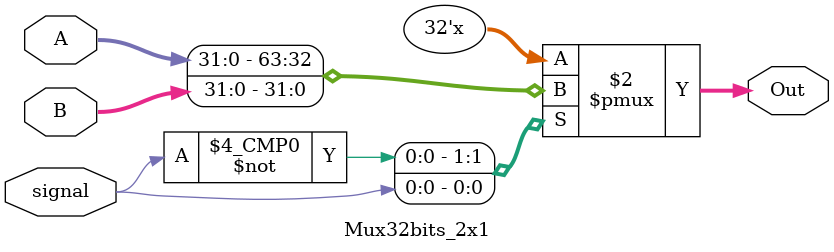
<source format=v>
`timescale 1ns / 1ps

module Mux32bits_2x1(signal, A, B, Out);
    input signal;
    input [31:0] A, B;
    output reg [31:0] Out;
    
    always @(*)
    begin
        case(signal)
            1'd0: begin Out <= A; end
            1'd1: begin Out <= B; end
            default: begin Out <= 32'b0; end //error 
        endcase
    end
endmodule

</source>
